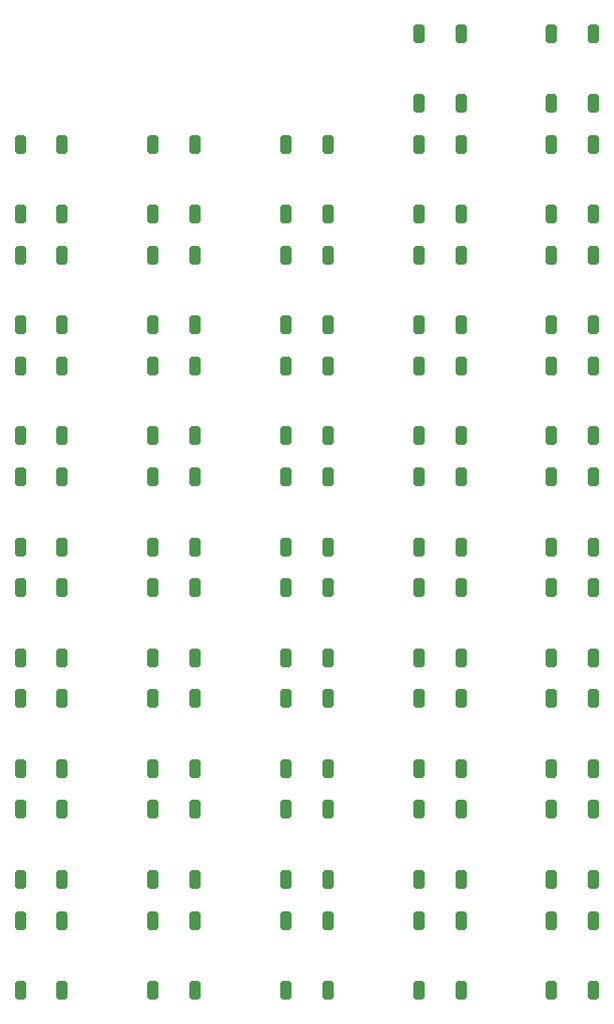
<source format=gbr>
%TF.GenerationSoftware,KiCad,Pcbnew,7.0.5*%
%TF.CreationDate,2023-07-27T14:44:28-03:00*%
%TF.ProjectId,Open_Machinist_Calculator,4f70656e-5f4d-4616-9368-696e6973745f,rev?*%
%TF.SameCoordinates,Original*%
%TF.FileFunction,Paste,Top*%
%TF.FilePolarity,Positive*%
%FSLAX46Y46*%
G04 Gerber Fmt 4.6, Leading zero omitted, Abs format (unit mm)*
G04 Created by KiCad (PCBNEW 7.0.5) date 2023-07-27 14:44:28*
%MOMM*%
%LPD*%
G01*
G04 APERTURE LIST*
G04 Aperture macros list*
%AMRoundRect*
0 Rectangle with rounded corners*
0 $1 Rounding radius*
0 $2 $3 $4 $5 $6 $7 $8 $9 X,Y pos of 4 corners*
0 Add a 4 corners polygon primitive as box body*
4,1,4,$2,$3,$4,$5,$6,$7,$8,$9,$2,$3,0*
0 Add four circle primitives for the rounded corners*
1,1,$1+$1,$2,$3*
1,1,$1+$1,$4,$5*
1,1,$1+$1,$6,$7*
1,1,$1+$1,$8,$9*
0 Add four rect primitives between the rounded corners*
20,1,$1+$1,$2,$3,$4,$5,0*
20,1,$1+$1,$4,$5,$6,$7,0*
20,1,$1+$1,$6,$7,$8,$9,0*
20,1,$1+$1,$8,$9,$2,$3,0*%
G04 Aperture macros list end*
%ADD10RoundRect,0.250000X-0.250000X0.600000X-0.250000X-0.600000X0.250000X-0.600000X0.250000X0.600000X0*%
G04 APERTURE END LIST*
D10*
%TO.C,S24*%
X92100000Y-181700000D03*
X92100000Y-188000000D03*
X95900000Y-188000000D03*
X95900000Y-181700000D03*
%TD*%
%TO.C,S16*%
X116100000Y-161700000D03*
X116100000Y-168000000D03*
X119900000Y-168000000D03*
X119900000Y-161700000D03*
%TD*%
%TO.C,S34*%
X92100000Y-201700000D03*
X92100000Y-208000000D03*
X95900000Y-208000000D03*
X95900000Y-201700000D03*
%TD*%
%TO.C,S42*%
X128100000Y-211700000D03*
X128100000Y-218000000D03*
X131900000Y-218000000D03*
X131900000Y-211700000D03*
%TD*%
%TO.C,S4*%
X92100000Y-141700000D03*
X92100000Y-148000000D03*
X95900000Y-148000000D03*
X95900000Y-141700000D03*
%TD*%
%TO.C,S38*%
X80100000Y-211700000D03*
X80100000Y-218000000D03*
X83900000Y-218000000D03*
X83900000Y-211700000D03*
%TD*%
%TO.C,S32*%
X128100000Y-191700000D03*
X128100000Y-198000000D03*
X131900000Y-198000000D03*
X131900000Y-191700000D03*
%TD*%
%TO.C,S3*%
X80100000Y-141700000D03*
X80100000Y-148000000D03*
X83900000Y-148000000D03*
X83900000Y-141700000D03*
%TD*%
%TO.C,S25*%
X104100000Y-181700000D03*
X104100000Y-188000000D03*
X107900000Y-188000000D03*
X107900000Y-181700000D03*
%TD*%
%TO.C,S1*%
X116100000Y-131700000D03*
X116100000Y-138000000D03*
X119900000Y-138000000D03*
X119900000Y-131700000D03*
%TD*%
%TO.C,S23*%
X80100000Y-181700000D03*
X80100000Y-188000000D03*
X83900000Y-188000000D03*
X83900000Y-181700000D03*
%TD*%
%TO.C,S28*%
X80100000Y-191700000D03*
X80100000Y-198000000D03*
X83900000Y-198000000D03*
X83900000Y-191700000D03*
%TD*%
%TO.C,S20*%
X104100000Y-171700000D03*
X104100000Y-178000000D03*
X107900000Y-178000000D03*
X107900000Y-171700000D03*
%TD*%
%TO.C,S30*%
X104100000Y-191700000D03*
X104100000Y-198000000D03*
X107900000Y-198000000D03*
X107900000Y-191700000D03*
%TD*%
%TO.C,S11*%
X116100000Y-151700000D03*
X116100000Y-158000000D03*
X119900000Y-158000000D03*
X119900000Y-151700000D03*
%TD*%
%TO.C,S2*%
X128100000Y-131700000D03*
X128100000Y-138000000D03*
X131900000Y-138000000D03*
X131900000Y-131700000D03*
%TD*%
%TO.C,S10*%
X104100000Y-151700000D03*
X104100000Y-158000000D03*
X107900000Y-158000000D03*
X107900000Y-151700000D03*
%TD*%
%TO.C,S7*%
X128100000Y-141700000D03*
X128100000Y-148000000D03*
X131900000Y-148000000D03*
X131900000Y-141700000D03*
%TD*%
%TO.C,S40*%
X104100000Y-211700000D03*
X104100000Y-218000000D03*
X107900000Y-218000000D03*
X107900000Y-211700000D03*
%TD*%
%TO.C,S35*%
X104100000Y-201700000D03*
X104100000Y-208000000D03*
X107900000Y-208000000D03*
X107900000Y-201700000D03*
%TD*%
%TO.C,S27*%
X128100000Y-181700000D03*
X128100000Y-188000000D03*
X131900000Y-188000000D03*
X131900000Y-181700000D03*
%TD*%
%TO.C,S13*%
X80100000Y-161700000D03*
X80100000Y-168000000D03*
X83900000Y-168000000D03*
X83900000Y-161700000D03*
%TD*%
%TO.C,S8*%
X80100000Y-151700000D03*
X80100000Y-158000000D03*
X83900000Y-158000000D03*
X83900000Y-151700000D03*
%TD*%
%TO.C,S41*%
X116100000Y-211700000D03*
X116100000Y-218000000D03*
X119900000Y-218000000D03*
X119900000Y-211700000D03*
%TD*%
%TO.C,S36*%
X116100000Y-201700000D03*
X116100000Y-208000000D03*
X119900000Y-208000000D03*
X119900000Y-201700000D03*
%TD*%
%TO.C,S12*%
X128100000Y-151700000D03*
X128100000Y-158000000D03*
X131900000Y-158000000D03*
X131900000Y-151700000D03*
%TD*%
%TO.C,S22*%
X128100000Y-171700000D03*
X128100000Y-178000000D03*
X131900000Y-178000000D03*
X131900000Y-171700000D03*
%TD*%
%TO.C,S5*%
X104100000Y-141700000D03*
X104100000Y-148000000D03*
X107900000Y-148000000D03*
X107900000Y-141700000D03*
%TD*%
%TO.C,S9*%
X92100000Y-151700000D03*
X92100000Y-158000000D03*
X95900000Y-158000000D03*
X95900000Y-151700000D03*
%TD*%
%TO.C,S39*%
X92100000Y-211700000D03*
X92100000Y-218000000D03*
X95900000Y-218000000D03*
X95900000Y-211700000D03*
%TD*%
%TO.C,S31*%
X116100000Y-191700000D03*
X116100000Y-198000000D03*
X119900000Y-198000000D03*
X119900000Y-191700000D03*
%TD*%
%TO.C,S17*%
X128100000Y-161700000D03*
X128100000Y-168000000D03*
X131900000Y-168000000D03*
X131900000Y-161700000D03*
%TD*%
%TO.C,S26*%
X116100000Y-181700000D03*
X116100000Y-188000000D03*
X119900000Y-188000000D03*
X119900000Y-181700000D03*
%TD*%
%TO.C,S21*%
X116100000Y-171700000D03*
X116100000Y-178000000D03*
X119900000Y-178000000D03*
X119900000Y-171700000D03*
%TD*%
%TO.C,S18*%
X80100000Y-171700000D03*
X80100000Y-178000000D03*
X83900000Y-178000000D03*
X83900000Y-171700000D03*
%TD*%
%TO.C,S6*%
X116100000Y-141700000D03*
X116100000Y-148000000D03*
X119900000Y-148000000D03*
X119900000Y-141700000D03*
%TD*%
%TO.C,S14*%
X92100000Y-161700000D03*
X92100000Y-168000000D03*
X95900000Y-168000000D03*
X95900000Y-161700000D03*
%TD*%
%TO.C,S29*%
X92100000Y-191700000D03*
X92100000Y-198000000D03*
X95900000Y-198000000D03*
X95900000Y-191700000D03*
%TD*%
%TO.C,S15*%
X104100000Y-161700000D03*
X104100000Y-168000000D03*
X107900000Y-168000000D03*
X107900000Y-161700000D03*
%TD*%
%TO.C,S19*%
X92100000Y-171700000D03*
X92100000Y-178000000D03*
X95900000Y-178000000D03*
X95900000Y-171700000D03*
%TD*%
%TO.C,S33*%
X80100000Y-201700000D03*
X80100000Y-208000000D03*
X83900000Y-208000000D03*
X83900000Y-201700000D03*
%TD*%
%TO.C,S37*%
X128100000Y-201700000D03*
X128100000Y-208000000D03*
X131900000Y-208000000D03*
X131900000Y-201700000D03*
%TD*%
M02*

</source>
